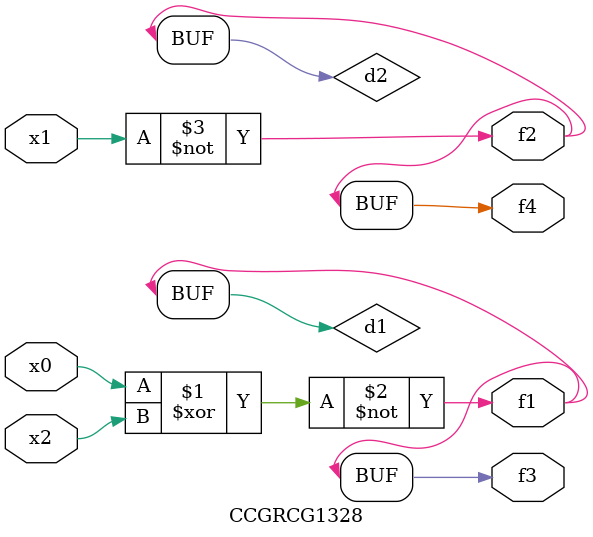
<source format=v>
module CCGRCG1328(
	input x0, x1, x2,
	output f1, f2, f3, f4
);

	wire d1, d2, d3;

	xnor (d1, x0, x2);
	nand (d2, x1);
	nor (d3, x1, x2);
	assign f1 = d1;
	assign f2 = d2;
	assign f3 = d1;
	assign f4 = d2;
endmodule

</source>
